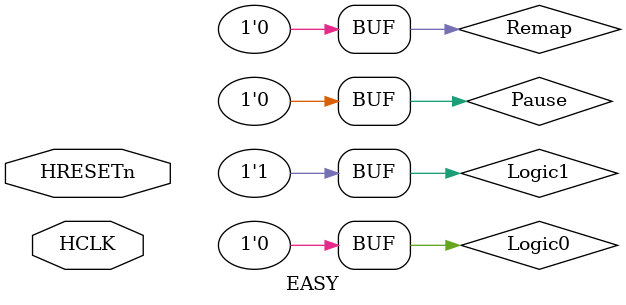
<source format=v>

`timescale 1ns/1ps

  `define TRN_IDLE   2'b00
  `define TRN_BUSY   2'b01
  `define TRN_NONSEQ 2'b10
  `define TRN_SEQ    2'b11
 
// HRESP transfer response signal encoding
  `define RSP_OKAY  2'b00
  `define RSP_ERROR 2'b01
  `define RSP_RETRY 2'b10
  `define RSP_SPLIT 2'b11
  
  // HBURST transfer type signal encoding
  `define BUR_SINGLE 3'b000
  `define BUR_INCR   3'b001
  `define BUR_WRAP4  3'b010
  `define BUR_INCR4  3'b011
  `define BUR_WRAP8  3'b100
  `define BUR_INCR8  3'b101
  `define BUR_WRAP16 3'b110
  `define BUR_INCR16 3'b111
  
  // HSIZE transfer type signal encoding
  `define SZ_BYTE    3'b000
  `define SZ_HALF    3'b001
  `define SZ_WORD    3'b010

module EASY (
	HCLK,
	HRESETn
//	nFIQ,
//	nIRQ
);

  input         HCLK;   		// External clock in
  input         HRESETn;   	// Power on reset input
  
 // wire 				nFIQ;
  wire 				nIRQ;
	
	
//--------------------------------------
// AHB Signals
//--------------------------------------  
  wire  [1:0] HTRANS;
  wire [31:0] HADDR;
  wire        HWRITE;
  wire  [2:0] HSIZE;
  wire  [2:0] HBURST;
  wire  [3:0] HPROT;
  wire [31:0] HWDATA;

// Multiplexed slave output signals
  wire [31:0] HRDATA;
  wire        HREADY;
  wire  [1:0] HRESP;

// Slave specific output signals


  wire        HSEL_mem;
  wire [31:0] HRDATA_mem;
  wire        HREADY_mem;
  wire  [1:0] HRESP_mem;

  
  wire        HSEL_tube;
  wire [31:0] HRDATA_tube;
  wire        HREADY_tube;
  wire  [1:0] HRESP_tube;

  wire        HSEL_testSlave;
  wire [31:0] HRDATA_testSlave;
  wire        HREADY_testSlave;
  wire  [1:0] HRESP_testSlave;
 
	
  wire        HSELDefault;
  wire        HREADYDefault;
  wire  [1:0] HRESPDefault;

// Master specific signals
  wire        HGRANTdummy;



  wire [31:0] 	HADDRM_RISC32;
  wire  [1:0] 	HTRANSM_RISC32;
  wire			HWRITEM_RISC32;
  wire  [2:0] 	HSIZEM_RISC32;
  wire  [2:0] 	HBURSTM_RISC32;
  wire  [3:0] 	HPROTM_RISC32;
  wire  [31:0] 	HWDATAM_RISC32;  
  wire			HBUSREQM_RISC32;
  wire 			HLOCKM_RISC32;
  wire        	HGRANTM_RISC32;  


  wire [31:0] HADDRM_testM01;
  wire  [1:0] HTRANSM_testM01;
  wire        HWRITEM_testM01;
  wire  [2:0] HSIZEM_testM01;
  wire  [2:0] HBURSTM_testM01;
  wire  [3:0] HPROTM_testM01;
  wire [31:0] HWDATAM_testM01;
  wire        HBUSREQM_testM01;
  wire        HLOCKM_testM01;
  wire        HGRANTM_testM01;
 
 
  wire [31:0] HADDRM_testM02;
  wire  [1:0] HTRANSM_testM02;
  wire        HWRITEM_testM02;
  wire  [2:0] HSIZEM_testM02;
  wire  [2:0] HBURSTM_testM02;
  wire  [3:0] HPROTM_testM02;
  wire [31:0] HWDATAM_testM02;
  wire        HBUSREQM_testM02;
  wire        HLOCKM_testM02;
  wire        HGRANTM_testM02;
  
  
  wire [31:0] HADDRM_testM03;
  wire  [1:0] HTRANSM_testM03;
  wire        HWRITEM_testM03;
  wire  [2:0] HSIZEM_testM03;
  wire  [2:0] HBURSTM_testM03;
  wire  [3:0] HPROTM_testM03;
  wire [31:0] HWDATAM_testM03;
  wire        HBUSREQM_testM03;
  wire        HLOCKM_testM03;
  wire        HGRANTM_testM03;
  
  
// Arbiter signals
  wire  [4:0] HMASTER;
  wire        HMASTLOCK;
  wire  [4:0] HSPLIT;

// add wire
  wire       	HSEL_EXmem;
  wire	[31:0]	HRDATA_EXmem;
  wire        	HREADY_EXmem;
  wire	[1:0] 	HRESP_EXmem;

  
  
//--------------------------------------
// Tie Off Signals
//--------------------------------------
	wire       	Logic0;
	wire       	Logic1;
	wire 				Pause ;
	wire				Remap ;
	
//--------------------------------------
// Interrupt Signals
//--------------------------------------

wire		Timer1_ACK;
wire		Timer2_ACK;

wire		Timer1_IRQ; 
wire		Timer2_IRQ;
 

//------------------------------------------------------------------------------
// Beginning of main code
//------------------------------------------------------------------------------

// Set Signal Tie Offs

  assign Logic0 = 1'b0;
  assign Logic1 = 1'b1;
  assign Pause = Logic0 ;
  assign Remap = Logic0 ;
  
  RISC32 uRISC32 (
    .HCLK       (HCLK),
    .HRESETn    (HRESETn),
    
    // Signals from AMBA bus used during normal operation
    .HRDATAM     (HRDATA),
    .HREADYM     (HREADY),
    .HRESPM      (HRESP),
    .HGRANTM     (HGRANTM_RISC32),

    // Signals to AMBA bus used during normal operation
    .HADDRM      (HADDRM_RISC32),
    .HTRANSM     (HTRANSM_RISC32),
    .HWRITEM     (HWRITEM_RISC32),
    .HSIZEM      (HSIZEM_RISC32),
    .HBURSTM     (HBURSTM_RISC32),
    .HPROTM      (HPROTM_RISC32),
    .HWDATAM     (HWDATAM_RISC32),
    .HBUSREQM    (HBUSREQM_RISC32),
    .HLOCKM      (HLOCKM_RISC32),
    
    // Signals from AMBA bus used by MISR
    .HADDRS      (HADDR),
    .HTRANSS     (HTRANS),
    .HWRITES     (HWRITE),
    .HSIZES      (HSIZE),
    .HWDATAS     (HWDATA),
    .HSELS       (HSEL_EXmem),
    .HREADYS     (HREADY),

    // Signals to AMBA bus used by MISR
    .HRDATAS     (HRDATA_EXmem),
    .HREADYOUTS  (HREADY_EXmem),
    .HRESPS      (HRESP_EXmem),

    // RISC32 interrupts
    .RISCNFIQ    (1'b1),
    .RISCNIRQ    (1'b1)
  );
 
	
  IntMem uIntMem_1 (
    .HCLK       (HCLK),
    .HRESETn    (HRESETn),
    .HADDR      (HADDR),
    .HTRANS     (HTRANS),
    .HWRITE     (HWRITE),
    .HSIZE      (HSIZE),
    .HWDATA     (HWDATA),
    .HSEL 		(HSEL_mem),
    .HREADYin   (HREADY),

    .HRDATA     (HRDATA_mem),
    .HREADYout  (HREADY_mem),
    .HRESP      (HRESP_mem)
  );
  
  	
  ExtMem uExtMem (
    .HCLK       (HCLK),
    .HRESETn    (HRESETn),
    .HADDR      (HADDR),
    .HTRANS     (HTRANS),
    .HWRITE     (HWRITE),
    .HSIZE      (HSIZE),
    .HWDATA     (HWDATA),
    .HSEL 		(HSEL_EXmem), // 呼叫ExtMem的model，名為uExtMem，把HSEL_EXmem信號傳給uExtMem中的HSEL
    .HREADYin   (HREADY),

    .HRDATA     (HRDATA_EXmem), // 呼叫ExtMem的model，名為uExtMem，把HRDATA_EXmem信號傳給uExtMem中的HRDATA
    .HREADYout  (HREADY_EXmem), // 呼叫ExtMem的model，名為uExtMem，把HREADY_EXmem信號傳給uExtMem中的HREADYout
    .HRESP      (HRESP_EXmem) // 呼叫ExtMem的model，名為uExtMem，把HRESP_EXmem信號傳給uExtMem中的HRESP
    // 依照HSEL的指示了解儲存的DATA,READOUT以及RESP是哪個部分的資訊

  );
  
  

  Tube uTube (
    .HCLK       (HCLK),
    .HRESETn    (HRESETn),
    .HADDR      (HADDR),
    .HTRANS     (HTRANS),
    .HWRITE     (HWRITE),
    .HSIZE      (HSIZE),
    .HWDATA     (HWDATA),
    .HSEL 		(HSEL_tube),
    .HREADYin   (HREADY),

    .HRDATA     (HRDATA_tube),
    .HREADYout  (HREADY_tube),
    .HRESP      (HRESP_tube)
    );
    
// The AHB system arbiter
  Arbiter  uArbiter (
    .HCLK       (HCLK),
    .HRESETn    (HRESETn),
    .HTRANS     (HTRANS),
    .HBURST     (HBURST),
    .HREADY     (HREADY),
    .HRESP      (HRESP),
                     
    .HSPLIT     (5'b00000),
                     
    .HBUSREQ0   (Pause),
    .HBUSREQ4   (Pause),
    .HBUSREQ2   (Pause),
    .HBUSREQ3   (Pause),
    .HBUSREQ1   (HBUSREQM_RISC32),	
                     
    .HLOCK0     (Logic0),
    .HLOCK4     (Logic0),
    .HLOCK2     (Logic0),
    .HLOCK3     (Logic0),
    .HLOCK1     (HLOCKM_RISC32),	
                     
    .HGRANT0    (HGRANTdummy),
    .HGRANT4    (HGRANTM_testM01),
    .HGRANT2    (HGRANTM_testM02),
    .HGRANT3    (HGRANTM_testM03),
    .HGRANT1    (HGRANTM_RISC32),	
                     
    .HMASTER    (HMASTER),  // Current bus master
    .HMASTLOCK  (HMASTLOCK)
    );

	
	
  testMISRSlave_top testSlave(
									//AHB Bus Input
        .HCLK       (HCLK),
        .HRESET_n	(HRESETn),
        .HADDRS		(HADDR),
        .HTRANSS	(HTRANS),
        .HWRITES	(HWRITE),
        .HSIZES		(HSIZE),
        .HWDATAS     (HWDATA),
        .HSELS		(HSEL_testSlave),
        .HREADYS	(HREADY),
									//AHB Bus Output
        .HRDATAS	(HRDATA_testSlave),
        .HREADYOUTS	(HREADY_testSlave),
        .HRESPS		(HRESP_testSlave)
									//From core to IP
      //  core_out
        );

// The system address Decoder
  Decoder uDecoder (
    .HRESETn     (HRESETn),
    .HADDR       (HADDR),

	.HSELDefault (HSELDefault),  // Default Slave
    .HSEL_Slave1 (HSEL_mem),  		// Interna Memory
    .HSEL_Slave2 (HSEL_tube),  		// Tube
    .HSEL_Slave3 (HSEL_testSlave),  //testSlave
	.HSEL_Slave4 (HSEL_EXmem)				//External Memory
 );

// The Default Slave is selected when no other slaves are accessed
  DefaultSlave uDefaultSlave (
    .HCLK        (HCLK),
    .HRESETn     (HRESETn),
    .HTRANS      (HTRANS),
    .HSELDefault (HSELDefault),
    .HREADYin    (HREADY),

    .HREADYout   (HREADYDefault),
    .HRESP       (HRESPDefault)
    );
		

// Central multiplexer - masters to slaves
  MuxM2S uMuxM2S (
    .HCLK          (HCLK),
    .HRESETn       (HRESETn),
    .HMASTER       (HMASTER),
    .HREADY        (HREADY),

    .HADDR_M1      (HADDRM_RISC32),
    .HTRANS_M1     (HTRANSM_RISC32),
    .HWRITE_M1     (HWRITEM_RISC32),
    .HSIZE_M1      (HSIZEM_RISC32),
    .HBURST_M1     (HBURSTM_RISC32),
    .HPROT_M1      (HPROTM_RISC32),
    .HWDATA_M1     (HWDATAM_RISC32),
		
    .HADDR_M2      (HADDRM_testM02),
    .HTRANS_M2     (HTRANSM_testM02),
    .HWRITE_M2     (HWRITEM_testM02),
    .HSIZE_M2      (HSIZEM_testM02),
    .HBURST_M2     (HBURSTM_testM02),
    .HPROT_M2      (HPROTM_testM02),
    .HWDATA_M2     (HWDATAM_testM02),
    
    .HADDR_M4      (HADDRM_testM01),
    .HTRANS_M4     (HTRANSM_testM01),
    .HWRITE_M4     (HWRITEM_testM01),
    .HSIZE_M4      (HSIZEM_testM01),
    .HBURST_M4     (HBURSTM_testM01),
    .HPROT_M4      (HPROTM_testM01),
    .HWDATA_M4     (HWDATAM_testM01),
	
	.HADDR_M3      (HADDRM_testM03),
    .HTRANS_M3     (HTRANSM_testM03),
    .HWRITE_M3     (HWRITEM_testM03),
    .HSIZE_M3      (HSIZEM_testM03),
    .HBURST_M3     (HBURSTM_testM03),
    .HPROT_M3      (HPROTM_testM03),
    .HWDATA_M3     (HWDATAM_testM03),

    .HADDR         (HADDR),
    .HTRANS        (HTRANS),
    .HWRITE        (HWRITE),
    .HSIZE         (HSIZE),
    .HBURST        (HBURST),
    .HPROT         (HPROT),
    .HWDATA        (HWDATA)
    );

// Central multiplexer - slaves to masters
  MuxS2M uMuxS2M (
    .HCLK           (HCLK),
    .HRESETn        (HRESETn),
    
    .HSELDefault 	(HSELDefault),  // Default Slave
    .HSEL_Slave1 	(HSEL_mem),  		// Interna Memory
    .HSEL_Slave2 	(HSEL_tube),  		// Tube
    .HSEL_Slave3 	(HSEL_testSlave),  	// testSlave
    .HSEL_Slave4 	(HSEL_EXmem), 				// External Memory 	呼叫model MuxS2M，名為uMuxS2M，把HSEL_EXmem的訊號到uMuxS2M中的HSEL_Slave4
    .HSEL_Slave5 	(Logic0),  	
    .HSEL_Slave6 	(Logic0),   	
		
	.HRDATA_S1      (HRDATA_mem),
    .HREADY_S1      (HREADY_mem),
    .HRESP_S1       (HRESP_mem),
    
    .HRDATA_S2      (HRDATA_tube),
    .HREADY_S2  	(HREADY_tube),
    .HRESP_S2       (HRESP_tube),
    
    .HRDATA_S3      (HRDATA_testSlave),
    .HREADY_S3  	(HREADY_testSlave),
    .HRESP_S3       (HRESP_testSlave),
    
    .HRDATA_S4      (HRDATA_Exmem),					// External Memory 呼叫model MuxS2M，名為uMuxS2M，把HRDATA_Exmem的訊號到uMuxS2M中的HRDATA_S4
    .HREADY_S4  	(HREADY_Exmem),					// 呼叫model MuxS2M，名為uMuxS2M，把HREADY_Exmem的訊號到uMuxS2M中的HREADY_S4
    .HRESP_S4       (HRESP_Exmem),					// 呼叫model MuxS2M，名為uMuxS2M，把HRESP_Exmem的訊號到uMuxS2M中的HRESP_S4
									// 儲存HRDATA_Exmem,HREADY_Exmem,HRESP_Exmem到slave#4
    
    .HRDATA_S5      (),
    .HREADY_S5  	(),
    .HRESP_S5       (),
	
    .HRDATA_S6      (),
    .HREADY_S6  	(),
    .HRESP_S6       (),    	
    
    .HREADYDefault  (HREADYDefault),
    .HRESPDefault   (HRESPDefault),

    .HRDATA         (HRDATA),
    .HREADY         (HREADY),
    .HRESP          (HRESP)
    );
endmodule

// --================================= End ===================================--

</source>
